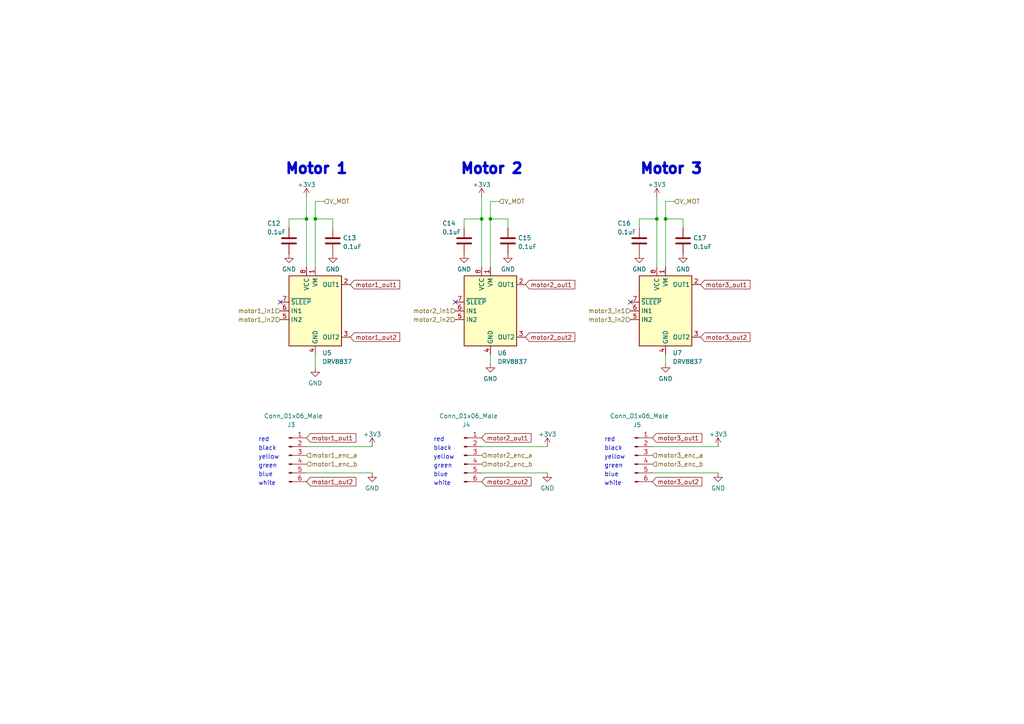
<source format=kicad_sch>
(kicad_sch (version 20211123) (generator eeschema)
  (paper "A4")
  (lib_symbols
    (symbol "Connector:Conn_01x06_Male" (pin_names (offset 1.016) hide)
      (property "Reference" "J" (at 0 7.62 0))
      (property "Value" "Conn_01x06_Male" (at 0 -10.16 0))
      (symbol "Conn_01x06_Male_1_1"
        (polyline (pts (xy 1.27 -7.62) (xy 0.8636 -7.62)) (stroke (width 0.1524)))
        (polyline (pts (xy 1.27 -5.08) (xy 0.8636 -5.08)) (stroke (width 0.1524)))
        (polyline (pts (xy 1.27 -2.54) (xy 0.8636 -2.54)) (stroke (width 0.1524)))
        (polyline (pts (xy 1.27 0) (xy 0.8636 0)) (stroke (width 0.1524)))
        (polyline (pts (xy 1.27 2.54) (xy 0.8636 2.54)) (stroke (width 0.1524)))
        (polyline (pts (xy 1.27 5.08) (xy 0.8636 5.08)) (stroke (width 0.1524)))
        (rectangle (start 0.8636 -7.493) (end 0 -7.747) (stroke (width 0.1524)) (fill (type outline)))
        (rectangle (start 0.8636 -4.953) (end 0 -5.207) (stroke (width 0.1524)) (fill (type outline)))
        (rectangle (start 0.8636 -2.413) (end 0 -2.667) (stroke (width 0.1524)) (fill (type outline)))
        (rectangle (start 0.8636 0.127) (end 0 -0.127) (stroke (width 0.1524)) (fill (type outline)))
        (rectangle (start 0.8636 2.667) (end 0 2.413) (stroke (width 0.1524)) (fill (type outline)))
        (rectangle (start 0.8636 5.207) (end 0 4.953) (stroke (width 0.1524)) (fill (type outline)))
        (pin passive line (at 5.08 5.08 180) (length 3.81) (name "Pin_1") (number "1"))
        (pin passive line (at 5.08 2.54 180) (length 3.81) (name "Pin_2") (number "2"))
        (pin passive line (at 5.08 0 180) (length 3.81) (name "Pin_3") (number "3"))
        (pin passive line (at 5.08 -2.54 180) (length 3.81) (name "Pin_4") (number "4"))
        (pin passive line (at 5.08 -5.08 180) (length 3.81) (name "Pin_5") (number "5"))
        (pin passive line (at 5.08 -7.62 180) (length 3.81) (name "Pin_6") (number "6"))
      )
    )
    (symbol "Device:C" (pin_numbers hide) (pin_names (offset 0.254))
      (property "Reference" "C" (at 0.635 2.54 0))
      (property "Value" "C" (at 0.635 -2.54 0))
      (symbol "C_0_1"
        (polyline (pts (xy -2.032 -0.762) (xy 2.032 -0.762)) (stroke (width 0.508)))
        (polyline (pts (xy -2.032 0.762) (xy 2.032 0.762)) (stroke (width 0.508)))
      )
      (symbol "C_1_1"
        (pin passive line (at 0 3.81 270) (length 2.794) (name "~") (number "1"))
        (pin passive line (at 0 -3.81 90) (length 2.794) (name "~") (number "2"))
      )
    )
    (symbol "Driver_Motor:DRV8837"
      (property "Reference" "U" (at 6.35 11.43 0))
      (property "Value" "DRV8837" (at -10.16 11.43 0))
      (symbol "DRV8837_0_1"
        (rectangle (start -7.62 10.16) (end 7.62 -10.16) (stroke (width 0.254)) (fill (type background)))
      )
      (symbol "DRV8837_1_1"
        (pin power_in line (at 0 12.7 270) (length 2.54) (name "VM") (number "1"))
        (pin output line (at 10.16 7.62 180) (length 2.54) (name "OUT1") (number "2"))
        (pin output line (at 10.16 -7.62 180) (length 2.54) (name "OUT2") (number "3"))
        (pin power_in line (at 0 -12.7 90) (length 2.54) (name "GND") (number "4"))
        (pin input line (at -10.16 -2.54 0) (length 2.54) (name "IN2") (number "5"))
        (pin input line (at -10.16 0 0) (length 2.54) (name "IN1") (number "6"))
        (pin input line (at -10.16 2.54 0) (length 2.54) (name "~{SLEEP}") (number "7"))
        (pin power_in line (at -2.54 12.7 270) (length 2.54) (name "VCC") (number "8"))
        (pin passive line (at 0 -12.7 90) (length 2.54) hide (name "GND") (number "9"))
      )
    )
    (symbol "power:+3V3" (power) (pin_names (offset 0))
      (property "Value" "+3V3" (at 0 3.556 0))
      (symbol "+3V3_0_1"
        (polyline (pts (xy -0.762 1.27) (xy 0 2.54)))
        (polyline (pts (xy 0 0) (xy 0 2.54)))
        (polyline (pts (xy 0 2.54) (xy 0.762 1.27)))
      )
      (symbol "+3V3_1_1"
        (pin power_in line (at 0 0 90) (length 0) hide (name "+3V3") (number "1"))
      )
    )
    (symbol "power:GND" (power) (pin_names (offset 0))
      (property "Value" "GND" (at 0 -3.81 0))
      (symbol "GND_0_1"
        (polyline (pts (xy 0 0) (xy 0 -1.27) (xy 1.27 -1.27) (xy 0 -2.54) (xy -1.27 -1.27) (xy 0 -1.27)))
      )
      (symbol "GND_1_1"
        (pin power_in line (at 0 0 270) (length 0) hide (name "GND") (number "1"))
      )
    )
  )
  (junction (at 190.5 63.5))
  (junction (at 193.04 63.5))
  (junction (at 142.24 63.5))
  (junction (at 88.9 63.5))
  (junction (at 139.7 63.5))
  (junction (at 91.44 63.5))
  (no_connect (at 132.08 87.63))
  (no_connect (at 81.28 87.63))
  (no_connect (at 182.88 87.63))
  (wire (pts (xy 91.44 63.5) (xy 91.44 58.42)))
  (wire (pts (xy 83.82 63.5) (xy 88.9 63.5)))
  (wire (pts (xy 185.42 66.04) (xy 185.42 63.5)))
  (wire (pts (xy 198.12 63.5) (xy 193.04 63.5)))
  (wire (pts (xy 96.52 63.5) (xy 91.44 63.5)))
  (wire (pts (xy 142.24 58.42) (xy 144.78 58.42)))
  (wire (pts (xy 147.32 66.04) (xy 147.32 63.5)))
  (wire (pts (xy 139.7 57.15) (xy 139.7 63.5)))
  (wire (pts (xy 88.9 129.54) (xy 107.95 129.54)))
  (wire (pts (xy 88.9 57.15) (xy 88.9 63.5)))
  (wire (pts (xy 193.04 58.42) (xy 195.58 58.42)))
  (wire (pts (xy 142.24 63.5) (xy 142.24 58.42)))
  (wire (pts (xy 91.44 77.47) (xy 91.44 63.5)))
  (wire (pts (xy 134.62 66.04) (xy 134.62 63.5)))
  (wire (pts (xy 96.52 66.04) (xy 96.52 63.5)))
  (wire (pts (xy 139.7 137.16) (xy 158.75 137.16)))
  (wire (pts (xy 91.44 102.87) (xy 91.44 106.68)))
  (wire (pts (xy 139.7 63.5) (xy 139.7 77.47)))
  (wire (pts (xy 189.23 129.54) (xy 208.28 129.54)))
  (wire (pts (xy 88.9 137.16) (xy 107.95 137.16)))
  (wire (pts (xy 189.23 137.16) (xy 208.28 137.16)))
  (wire (pts (xy 142.24 77.47) (xy 142.24 63.5)))
  (wire (pts (xy 88.9 63.5) (xy 88.9 77.47)))
  (wire (pts (xy 142.24 102.87) (xy 142.24 105.41)))
  (wire (pts (xy 193.04 77.47) (xy 193.04 63.5)))
  (wire (pts (xy 190.5 63.5) (xy 190.5 77.47)))
  (wire (pts (xy 134.62 63.5) (xy 139.7 63.5)))
  (wire (pts (xy 198.12 66.04) (xy 198.12 63.5)))
  (wire (pts (xy 193.04 102.87) (xy 193.04 105.41)))
  (wire (pts (xy 91.44 58.42) (xy 93.98 58.42)))
  (wire (pts (xy 147.32 63.5) (xy 142.24 63.5)))
  (wire (pts (xy 83.82 66.04) (xy 83.82 63.5)))
  (wire (pts (xy 185.42 63.5) (xy 190.5 63.5)))
  (wire (pts (xy 139.7 129.54) (xy 158.75 129.54)))
  (wire (pts (xy 193.04 63.5) (xy 193.04 58.42)))
  (wire (pts (xy 190.5 57.15) (xy 190.5 63.5)))
  (text "blue" (at 175.26 138.43 0) (effects (font (size 1.27 1.27)) (justify left bottom)))
  (text "red" (at 175.26 128.27 0) (effects (font (size 1.27 1.27)) (justify left bottom)))
  (text "yellow" (at 74.93 133.35 0) (effects (font (size 1.27 1.27)) (justify left bottom)))
  (text "Motor 3" (at 185.42 50.8 0) (effects (font (size 3 3) (thickness 1) bold) (justify left bottom)))
  (text "black" (at 125.73 130.81 0) (effects (font (size 1.27 1.27)) (justify left bottom)))
  (text "white" (at 74.93 140.97 0) (effects (font (size 1.27 1.27)) (justify left bottom)))
  (text "black" (at 175.26 130.81 0) (effects (font (size 1.27 1.27)) (justify left bottom)))
  (text "green" (at 125.73 135.89 0) (effects (font (size 1.27 1.27)) (justify left bottom)))
  (text "black" (at 74.93 130.81 0) (effects (font (size 1.27 1.27)) (justify left bottom)))
  (text "blue" (at 125.73 138.43 0) (effects (font (size 1.27 1.27)) (justify left bottom)))
  (text "white" (at 175.26 140.97 0) (effects (font (size 1.27 1.27)) (justify left bottom)))
  (text "green" (at 175.26 135.89 0) (effects (font (size 1.27 1.27)) (justify left bottom)))
  (text "red" (at 125.73 128.27 0) (effects (font (size 1.27 1.27)) (justify left bottom)))
  (text "blue" (at 74.93 138.43 0) (effects (font (size 1.27 1.27)) (justify left bottom)))
  (text "Motor 2" (at 133.35 50.8 0) (effects (font (size 3 3) (thickness 1) bold) (justify left bottom)))
  (text "green" (at 74.93 135.89 0) (effects (font (size 1.27 1.27)) (justify left bottom)))
  (text "yellow" (at 175.26 133.35 0) (effects (font (size 1.27 1.27)) (justify left bottom)))
  (text "Motor 1" (at 82.55 50.8 0) (effects (font (size 3 3) (thickness 1) bold) (justify left bottom)))
  (text "yellow" (at 125.73 133.35 0) (effects (font (size 1.27 1.27)) (justify left bottom)))
  (text "red" (at 74.93 128.27 0) (effects (font (size 1.27 1.27)) (justify left bottom)))
  (text "white" (at 125.73 140.97 0) (effects (font (size 1.27 1.27)) (justify left bottom)))
  (global_label "motor2_out1" (shape input) (at 152.4 82.55 0) (property "Intersheet References" "${INTERSHEET_REFS}" (effects hide)))
  (global_label "motor3_out1" (shape input) (at 189.23 127 0) (property "Intersheet References" "${INTERSHEET_REFS}" (effects hide)))
  (global_label "motor1_out1" (shape input) (at 88.9 127 0) (property "Intersheet References" "${INTERSHEET_REFS}" (effects hide)))
  (global_label "motor1_out2" (shape input) (at 101.6 97.79 0) (property "Intersheet References" "${INTERSHEET_REFS}" (effects hide)))
  (global_label "motor3_out2" (shape input) (at 203.2 97.79 0) (property "Intersheet References" "${INTERSHEET_REFS}" (effects hide)))
  (global_label "motor3_out1" (shape input) (at 203.2 82.55 0) (property "Intersheet References" "${INTERSHEET_REFS}" (effects hide)))
  (global_label "motor3_out2" (shape input) (at 189.23 139.7 0) (property "Intersheet References" "${INTERSHEET_REFS}" (effects hide)))
  (global_label "motor1_out2" (shape input) (at 88.9 139.7 0) (property "Intersheet References" "${INTERSHEET_REFS}" (effects hide)))
  (global_label "motor1_out1" (shape input) (at 101.6 82.55 0) (property "Intersheet References" "${INTERSHEET_REFS}" (effects hide)))
  (global_label "motor2_out2" (shape input) (at 139.7 139.7 0) (property "Intersheet References" "${INTERSHEET_REFS}" (effects hide)))
  (global_label "motor2_out2" (shape input) (at 152.4 97.79 0) (property "Intersheet References" "${INTERSHEET_REFS}" (effects hide)))
  (global_label "motor2_out1" (shape input) (at 139.7 127 0) (property "Intersheet References" "${INTERSHEET_REFS}" (effects hide)))
  (hierarchical_label "V_MOT" (shape input) (at 144.78 58.42 0))
  (hierarchical_label "motor2_enc_a" (shape input) (at 139.7 132.08 0))
  (hierarchical_label "motor1_enc_a" (shape input) (at 88.9 132.08 0))
  (hierarchical_label "motor1_in1" (shape input) (at 81.28 90.17 180))
  (hierarchical_label "motor2_in1" (shape input) (at 132.08 90.17 180))
  (hierarchical_label "motor3_enc_a" (shape input) (at 189.23 132.08 0))
  (hierarchical_label "motor1_enc_b" (shape input) (at 88.9 134.62 0))
  (hierarchical_label "V_MOT" (shape input) (at 93.98 58.42 0))
  (hierarchical_label "motor1_in2" (shape input) (at 81.28 92.71 180))
  (hierarchical_label "motor2_in2" (shape input) (at 132.08 92.71 180))
  (hierarchical_label "motor3_in2" (shape input) (at 182.88 92.71 180))
  (hierarchical_label "motor3_in1" (shape input) (at 182.88 90.17 180))
  (hierarchical_label "motor3_enc_b" (shape input) (at 189.23 134.62 0))
  (hierarchical_label "V_MOT" (shape input) (at 195.58 58.42 0))
  (hierarchical_label "motor2_enc_b" (shape input) (at 139.7 134.62 0))
  (symbol (lib_id "Device:C") (at 96.52 69.85 0) (unit 1)
    (property "Reference" "C13" (at 99.441 69.0153 0) (effects (justify left)))
    (property "Value" "0.1uF" (at 99.441 71.5522 0) (effects (justify left)))
    (property "Footprint" "Capacitor_SMD:C_0603_1608Metric" (effects hide))
    (property "Vendor" "https://www.mouser.jp/ProductDetail/KYOCERA-AVX/KAM15AR71C104KM?qs=Jm2GQyTW%2FbjvjfiJhcHTCg%3D%3D" (effects hide))
  )
  (symbol (lib_id "power:GND") (at 193.04 105.41 0) (unit 1)
    (property "Reference" "#PWR058" (effects hide))
    (property "Value" "GND" (at 193.04 109.8534 0))
  )
  (symbol (lib_id "Device:C") (at 198.12 69.85 0) (unit 1)
    (property "Reference" "C17" (at 201.041 69.0153 0) (effects (justify left)))
    (property "Value" "0.1uF" (at 201.041 71.5522 0) (effects (justify left)))
    (property "Footprint" "Capacitor_SMD:C_0603_1608Metric" (effects hide))
    (property "Vendor" "https://www.mouser.jp/ProductDetail/KYOCERA-AVX/KAM15AR71C104KM?qs=Jm2GQyTW%2FbjvjfiJhcHTCg%3D%3D" (effects hide))
  )
  (symbol (lib_id "Driver_Motor:DRV8837") (at 142.24 90.17 0) (unit 1)
    (property "Reference" "U6" (at 144.2594 102.3604 0) (effects (justify left)))
    (property "Value" "DRV8837" (at 144.2594 104.8973 0) (effects (justify left)))
    (property "Footprint" "Package_SON:WSON-8-1EP_2x2mm_P0.5mm_EP0.9x1.6mm" (effects hide))
    (property "Datasheet" "http://www.ti.com/lit/ds/symlink/drv8837.pdf" (effects hide))
    (property "Vendor" "https://www.mouser.jp/ProductDetail/Texas-Instruments/DRV8837DSGR?qs=l6ZoeTYLMwO0pKIJ8222Ww%3D%3D" (effects hide))
  )
  (symbol (lib_id "Connector:Conn_01x06_Male") (at 134.62 132.08 0) (unit 1)
    (property "Reference" "J4" (at 135.255 123.224 0))
    (property "Value" "Conn_01x06_Male" (at 135.89 120.65 0))
    (property "Footprint" "Connector_PinHeader_2.54mm:PinHeader_1x06_P2.54mm_Vertical" (effects hide))
  )
  (symbol (lib_id "Connector:Conn_01x06_Male") (at 184.15 132.08 0) (unit 1)
    (property "Reference" "J5" (at 184.785 123.224 0))
    (property "Value" "Conn_01x06_Male" (at 185.42 120.65 0))
    (property "Footprint" "Connector_PinHeader_2.54mm:PinHeader_1x06_P2.54mm_Vertical" (effects hide))
  )
  (symbol (lib_id "power:GND") (at 208.28 137.16 0) (unit 1)
    (property "Reference" "#PWR061" (effects hide))
    (property "Value" "GND" (at 208.28 141.6034 0))
  )
  (symbol (lib_id "power:GND") (at 185.42 73.66 0) (unit 1)
    (property "Reference" "#PWR056" (effects hide))
    (property "Value" "GND" (at 185.42 78.1034 0))
  )
  (symbol (lib_id "power:GND") (at 198.12 73.66 0) (unit 1)
    (property "Reference" "#PWR059" (effects hide))
    (property "Value" "GND" (at 198.12 78.1034 0))
  )
  (symbol (lib_id "power:GND") (at 147.32 73.66 0) (unit 1)
    (property "Reference" "#PWR053" (effects hide))
    (property "Value" "GND" (at 147.32 78.1034 0))
  )
  (symbol (lib_id "power:GND") (at 142.24 105.41 0) (unit 1)
    (property "Reference" "#PWR052" (effects hide))
    (property "Value" "GND" (at 142.24 109.8534 0))
  )
  (symbol (lib_id "Device:C") (at 185.42 69.85 0) (unit 1)
    (property "Reference" "C16" (at 179.07 64.7731 0) (effects (justify left)))
    (property "Value" "0.1uF" (at 179.07 67.31 0) (effects (justify left)))
    (property "Footprint" "Capacitor_SMD:C_0603_1608Metric" (effects hide))
    (property "Vendor" "https://www.mouser.jp/ProductDetail/KYOCERA-AVX/KAM15AR71C104KM?qs=Jm2GQyTW%2FbjvjfiJhcHTCg%3D%3D" (effects hide))
  )
  (symbol (lib_id "Device:C") (at 147.32 69.85 0) (unit 1)
    (property "Reference" "C15" (at 150.241 69.0153 0) (effects (justify left)))
    (property "Value" "0.1uF" (at 150.241 71.5522 0) (effects (justify left)))
    (property "Footprint" "Capacitor_SMD:C_0603_1608Metric" (effects hide))
    (property "Vendor" "https://www.mouser.jp/ProductDetail/KYOCERA-AVX/KAM15AR71C104KM?qs=Jm2GQyTW%2FbjvjfiJhcHTCg%3D%3D" (effects hide))
  )
  (symbol (lib_id "Connector:Conn_01x06_Male") (at 83.82 132.08 0) (unit 1)
    (property "Reference" "J3" (at 84.455 123.224 0))
    (property "Value" "Conn_01x06_Male" (at 85.09 120.65 0))
    (property "Footprint" "Connector_PinHeader_2.54mm:PinHeader_1x06_P2.54mm_Vertical" (effects hide))
  )
  (symbol (lib_id "power:GND") (at 83.82 73.66 0) (unit 1)
    (property "Reference" "#PWR044" (effects hide))
    (property "Value" "GND" (at 83.82 78.1034 0))
  )
  (symbol (lib_id "power:+3V3") (at 158.75 129.54 0) (unit 1)
    (property "Reference" "#PWR054" (effects hide))
    (property "Value" "+3V3" (at 158.75 125.9642 0))
  )
  (symbol (lib_id "Driver_Motor:DRV8837") (at 193.04 90.17 0) (unit 1)
    (property "Reference" "U7" (at 195.0594 102.3604 0) (effects (justify left)))
    (property "Value" "DRV8837" (at 195.0594 104.8973 0) (effects (justify left)))
    (property "Footprint" "Package_SON:WSON-8-1EP_2x2mm_P0.5mm_EP0.9x1.6mm" (effects hide))
    (property "Datasheet" "http://www.ti.com/lit/ds/symlink/drv8837.pdf" (effects hide))
    (property "Vendor" "https://www.mouser.jp/ProductDetail/Texas-Instruments/DRV8837DSGR?qs=l6ZoeTYLMwO0pKIJ8222Ww%3D%3D" (effects hide))
  )
  (symbol (lib_id "power:+3V3") (at 107.95 129.54 0) (unit 1)
    (property "Reference" "#PWR048" (effects hide))
    (property "Value" "+3V3" (at 107.95 125.9642 0))
  )
  (symbol (lib_id "Driver_Motor:DRV8837") (at 91.44 90.17 0) (unit 1)
    (property "Reference" "U5" (at 93.4594 102.3604 0) (effects (justify left)))
    (property "Value" "DRV8837" (at 93.4594 104.8973 0) (effects (justify left)))
    (property "Footprint" "Package_SON:WSON-8-1EP_2x2mm_P0.5mm_EP0.9x1.6mm" (effects hide))
    (property "Datasheet" "http://www.ti.com/lit/ds/symlink/drv8837.pdf" (effects hide))
    (property "Vendor" "https://www.mouser.jp/ProductDetail/Texas-Instruments/DRV8837DSGR?qs=l6ZoeTYLMwO0pKIJ8222Ww%3D%3D" (effects hide))
  )
  (symbol (lib_id "power:+3V3") (at 190.5 57.15 0) (unit 1)
    (property "Reference" "#PWR057" (effects hide))
    (property "Value" "+3V3" (at 190.5 53.5742 0))
  )
  (symbol (lib_id "power:+3V3") (at 88.9 57.15 0) (unit 1)
    (property "Reference" "#PWR045" (effects hide))
    (property "Value" "+3V3" (at 88.9 53.5742 0))
  )
  (symbol (lib_id "power:+3V3") (at 139.7 57.15 0) (unit 1)
    (property "Reference" "#PWR051" (effects hide))
    (property "Value" "+3V3" (at 139.7 53.5742 0))
  )
  (symbol (lib_id "power:+3V3") (at 208.28 129.54 0) (unit 1)
    (property "Reference" "#PWR060" (effects hide))
    (property "Value" "+3V3" (at 208.28 125.9642 0))
  )
  (symbol (lib_id "power:GND") (at 91.44 106.68 0) (unit 1)
    (property "Reference" "#PWR046" (effects hide))
    (property "Value" "GND" (at 91.44 111.1234 0))
  )
  (symbol (lib_id "Device:C") (at 134.62 69.85 0) (unit 1)
    (property "Reference" "C14" (at 128.27 64.7731 0) (effects (justify left)))
    (property "Value" "0.1uF" (at 128.27 67.31 0) (effects (justify left)))
    (property "Footprint" "Capacitor_SMD:C_0603_1608Metric" (effects hide))
    (property "Vendor" "https://www.mouser.jp/ProductDetail/KYOCERA-AVX/KAM15AR71C104KM?qs=Jm2GQyTW%2FbjvjfiJhcHTCg%3D%3D" (effects hide))
  )
  (symbol (lib_id "Device:C") (at 83.82 69.85 0) (unit 1)
    (property "Reference" "C12" (at 77.47 64.7731 0) (effects (justify left)))
    (property "Value" "0.1uF" (at 77.47 67.31 0) (effects (justify left)))
    (property "Footprint" "Capacitor_SMD:C_0603_1608Metric" (effects hide))
    (property "Vendor" "https://www.mouser.jp/ProductDetail/KYOCERA-AVX/KAM15AR71C104KM?qs=Jm2GQyTW%2FbjvjfiJhcHTCg%3D%3D" (effects hide))
  )
  (symbol (lib_id "power:GND") (at 107.95 137.16 0) (unit 1)
    (property "Reference" "#PWR049" (effects hide))
    (property "Value" "GND" (at 107.95 141.6034 0))
  )
  (symbol (lib_id "power:GND") (at 134.62 73.66 0) (unit 1)
    (property "Reference" "#PWR050" (effects hide))
    (property "Value" "GND" (at 134.62 78.1034 0))
  )
  (symbol (lib_id "power:GND") (at 158.75 137.16 0) (unit 1)
    (property "Reference" "#PWR055" (effects hide))
    (property "Value" "GND" (at 158.75 141.6034 0))
  )
  (symbol (lib_id "power:GND") (at 96.52 73.66 0) (unit 1)
    (property "Reference" "#PWR047" (effects hide))
    (property "Value" "GND" (at 96.52 78.1034 0))
  )
)
</source>
